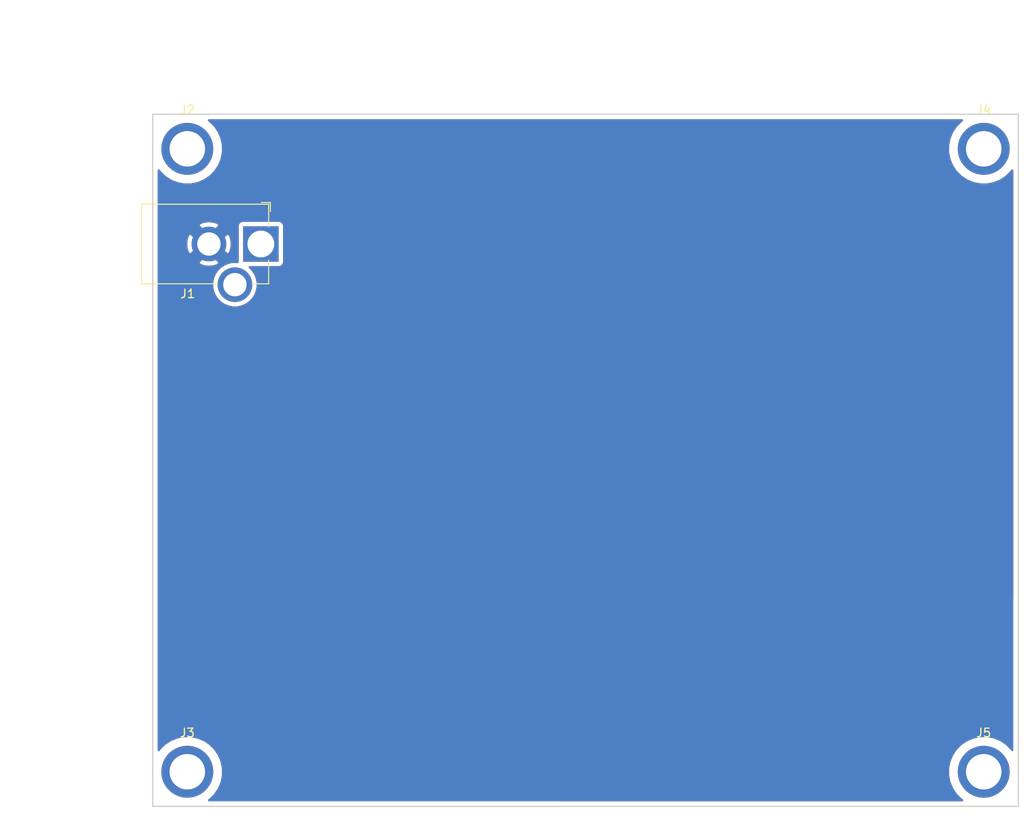
<source format=kicad_pcb>
(kicad_pcb (version 20171130) (host pcbnew 5.0.0+dfsg1-2~bpo9+1)
  (layers (0 F.Cu signal) (31 B.Cu signal) (36 B.SilkS user) (37 F.SilkS user) (38 B.Mask user) (39 F.Mask user) (44 Edge.Cuts user))
  (net 0 "")
  (net 1 "Net-(J1-Pad3)")
  (net 2 GND)
  (net 3 "Net-(J2-Pad1)")
  (net 4 "Net-(J3-Pad1)")
  (net 5 "Net-(J4-Pad1)")
  (net 6 "Net-(J5-Pad1)")
  (net 7 +5V)
  (module HWP:BarrelJack_Horizontal_CustomHWP (layer F.Cu) (at 117.5 80)
    (fp_text reference J1 (at -8.45 5.75) (layer F.SilkS))
    (fp_text value Barrel_Jack_Switch)
    (fp_line (start 1.1 -3.75) (end 1.1 -4.8) (layer F.SilkS) (width 0.12))
    (fp_line (start 0.05 -4.8) (end 1.1 -4.8) (layer F.SilkS) (width 0.12))
    (fp_line (start -5 4.6) (end -13.8 4.6) (layer F.SilkS) (width 0.12))
    (fp_line (start -13.8 4.6) (end -13.8 -4.6) (layer F.SilkS) (width 0.12))
    (fp_line (start 0.9 1.9) (end 0.9 4.6) (layer F.SilkS) (width 0.12))
    (fp_line (start 0.9 4.6) (end -1 4.6) (layer F.SilkS) (width 0.12))
    (fp_line (start -13.8 -4.6) (end 0.9 -4.6) (layer F.SilkS) (width 0.12))
    (fp_line (start 0.9 -4.6) (end 0.9 -2) (layer F.SilkS) (width 0.12))
    (pad 1 thru_hole rect (at 0 0) (size 4.1 4.1) (drill 3.1) (layers *.Cu *.Mask) (net 7 +5V))
    (pad 2 thru_hole circle (at -6 0) (size 4 4) (drill 2.7) (layers *.Cu *.Mask) (net 2 GND))
    (pad 3 thru_hole circle (at -3 4.7) (size 4 4) (drill 2.7) (layers *.Cu *.Mask) (net 1 "Net-(J1-Pad3)"))
  )
  (module HWP:MountingHole_4.1mm_M4_ISO14580_Pad (layer F.Cu) (at 109 69)
    (fp_text reference J2 (at 0 -4.5) (layer F.SilkS))
    (fp_text value Conn_01x01)
    (pad 1 thru_hole circle (at 0 0) (size 6 6) (drill 4.1) (layers *.Cu *.Mask) (net 3 "Net-(J2-Pad1)") (clearance 1))
  )
  (module HWP:MountingHole_4.1mm_M4_ISO14580_Pad (layer F.Cu) (at 109 141)
    (fp_text reference J3 (at 0 -4.5) (layer F.SilkS))
    (fp_text value Conn_01x01)
    (pad 1 thru_hole circle (at 0 0) (size 6 6) (drill 4.1) (layers *.Cu *.Mask) (net 4 "Net-(J3-Pad1)") (clearance 1))
  )
  (module HWP:MountingHole_4.1mm_M4_ISO14580_Pad (layer F.Cu) (at 201 69)
    (fp_text reference J4 (at 0 -4.5) (layer F.SilkS))
    (fp_text value Conn_01x01)
    (pad 1 thru_hole circle (at 0 0) (size 6 6) (drill 4.1) (layers *.Cu *.Mask) (net 5 "Net-(J4-Pad1)") (clearance 1))
  )
  (module HWP:MountingHole_4.1mm_M4_ISO14580_Pad (layer F.Cu) (at 201 141)
    (fp_text reference J5 (at 0 -4.5) (layer F.SilkS))
    (fp_text value Conn_01x01)
    (pad 1 thru_hole circle (at 0 0) (size 6 6) (drill 4.1) (layers *.Cu *.Mask) (net 6 "Net-(J5-Pad1)") (clearance 1))
  )
  (gr_text "Module Name" (at 203 137 90) (layer F.Cu) (effects (font (size 1.5 1.5) (thickness 0.2) italic) (justify left)))
  (gr_text "WS 18/19, Txx, Name 1, Name 2" (at 113 143) (layer F.Cu) (effects (font (size 1.5 1.5) (thickness 0.2)) (justify left)))
  (gr_line (start 105 145) (end 105 65) (layer Edge.Cuts) (width 0.15))
  (gr_line (start 205 145) (end 105 145) (layer Edge.Cuts) (width 0.15))
  (gr_line (start 205 65) (end 205 145) (layer Edge.Cuts) (width 0.15))
  (gr_line (start 105 65) (end 205 65) (layer Edge.Cuts) (width 0.15))
  (zone (net 2) (net_name GND) (layer B.Cu) (connect_pads (clearance 0.508)) (min_thickness 0.254) (fill yes (arc_segments 32) (thermal_gap 0.508) (thermal_bridge_width 0.508) (smoothing fillet) (radius 1))
    (polygon (pts (xy 113 65.5) (xy 105.5 65.5) (xy 105.5 73) (xy 105.5 137) (xy 105.5 144.5) (xy 113 144.5) (xy 197 144.5) (xy 204.5 144.5) (xy 204.5 137) (xy 204.5 73) (xy 204.5 65.5) (xy 197 65.5)))
  )
  (zone (net 2) (net_name GND) (layer F.Cu) (connect_pads (clearance 0.508)) (min_thickness 0.254) (fill yes (arc_segments 32) (thermal_gap 0.5) (thermal_bridge_width 0.508) (smoothing fillet) (radius 1))
    (polygon (pts (xy 113 65.5) (xy 105.5 65.5) (xy 105.5 73) (xy 105.5 137) (xy 105.5 144.5) (xy 113 144.5) (xy 197 144.5) (xy 204.5 144.5) (xy 204.5 137) (xy 204.5 73) (xy 204.5 65.5) (xy 197 65.5)))
  )
)
</source>
